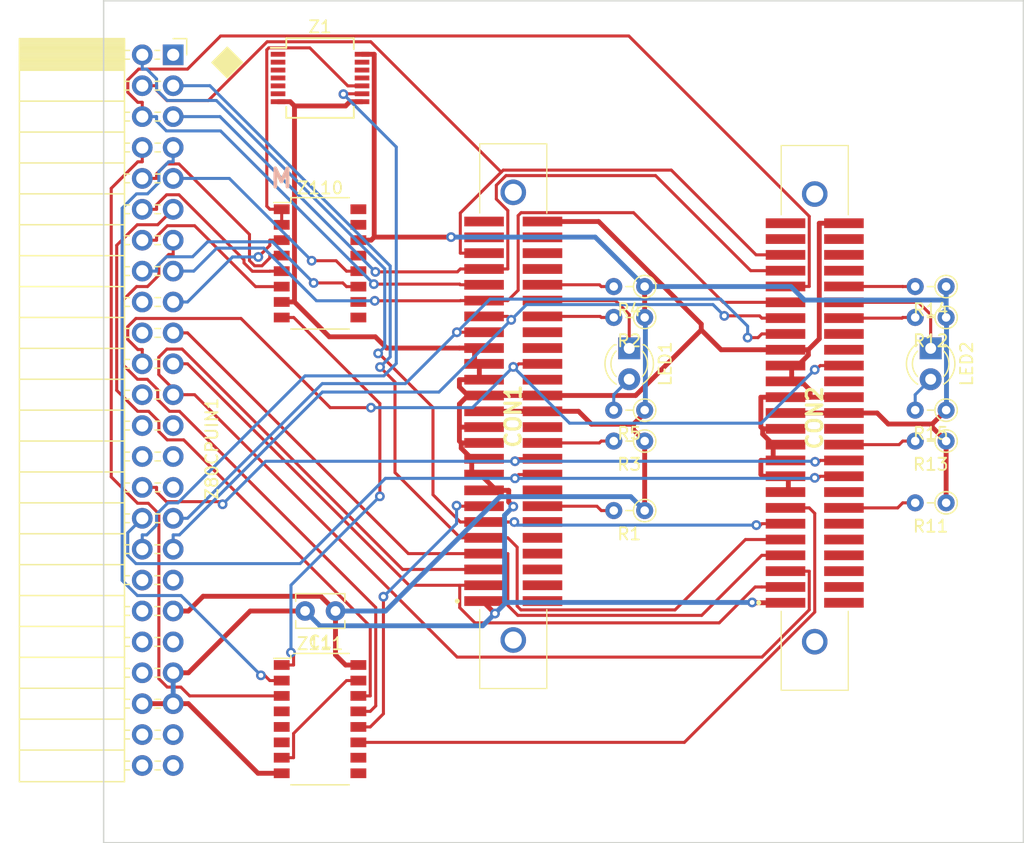
<source format=kicad_pcb>
(kicad_pcb (version 20211014) (generator pcbnew)
  (layers (0 "F.Cu" signal) (31 "B.Cu" signal) (34 "B.Paste" user) (35 "F.Paste" user) (36 "B.SilkS" user "B.Silkscreen") (37 "F.SilkS" user "F.Silkscreen") (38 "B.Mask" user) (39 "F.Mask" user) (44 "Edge.Cuts" user))
  (net 0 "")
  (net 1 "GND")
  (net 2 "/~{INT}")
  (net 3 "/~{NMI}")
  (net 4 "/+9Vsm")
  (net 5 "/~{HALT}")
  (net 6 "/~{MREQ}")
  (net 7 "/~{CPUCLK}")
  (net 8 "/~{IOREQ}")
  (net 9 "/A11")
  (net 10 "/~{RD}")
  (net 11 "/A12")
  (net 12 "/~{WR}")
  (net 13 "/A13")
  (net 14 "/~{BUSAK}")
  (net 15 "/A14")
  (net 16 "/~{WAIT}")
  (net 17 "/A15")
  (net 18 "/~{BUSRQ}")
  (net 19 "/DA4")
  (net 20 "/~{RESET}")
  (net 21 "/DA3")
  (net 22 "/~{M1}")
  (net 23 "/DA5")
  (net 24 "/~{REFSH}")
  (net 25 "/A2")
  (net 26 "/A6")
  (net 27 "/A10")
  (net 28 "/A5")
  (net 29 "/A9")
  (net 30 "/A4")
  (net 31 "/A8")
  (net 32 "/A3")
  (net 33 "/A7")
  (net 34 "/A1")
  (net 35 "/A0")
  (net 36 "/DA0")
  (net 37 "/DA1")
  (net 38 "/DA2")
  (net 39 "/DA6")
  (net 40 "/DA7")
  (net 41 "/~{WE}")
  (net 46 "VCC")
  (net 50 "Net-(Z1-Pad10)")
  (net 51 "/PS2-Socket")
  (net 52 "Net-(Z110-Pad8)")
  (net 61 "Net-(CON1-Pad46)")
  (net 62 "Net-(CON1-Pad45)")
  (net 63 "Net-(CON1-Pad44)")
  (net 68 "Net-(CON1-Pad36)")
  (net 70 "Net-(CON1-Pad32)")
  (net 79 "Net-(LED1-Pad2)")
  (net 86 "Net-(CON1-Pad7)")
  (net 90 "Net-(CON2-Pad46)")
  (net 91 "Net-(CON2-Pad45)")
  (net 92 "Net-(CON2-Pad44)")
  (net 97 "Net-(CON2-Pad36)")
  (net 99 "Net-(CON2-Pad32)")
  (net 108 "Net-(CON2-Pad7)")
  (net 109 "Net-(LED2-Pad2)")
  (footprint "Connector_PinSocket_2.54mm:PinSocket_2x24_P2.54mm_Horizontal" (layer "F.Cu") (at 59.055 41.275)
    (fp_text reference "Z80CPUIN1")
    (fp_text value "Conn_02x24_Odd_Even")
  )
  (footprint "Package_SO:SOP-16_4.4x10.4mm_P1.27mm" (layer "F.Cu") (at 71.12 58.42)
    (fp_text reference "Z110")
    (fp_text value "74AHCT30PW,118")
  )
  (footprint "Package_SO:SOP-16_4.4x10.4mm_P1.27mm" (layer "F.Cu") (at 71.12 95.885)
    (fp_text reference "Z111")
    (fp_text value "SN74AHCT139D")
  )
  (footprint "Capacitor_THT:C_Disc_D3.8mm_W2.6mm_P2.50mm" (layer "F.Cu") (at 72.39 86.995 180)
    (fp_text reference "C1")
    (fp_text value "0.1 uF")
  )
  (footprint "ExtraFootprints:57886431" (layer "F.Cu") (at 86.995 70.98 90)
    (fp_text reference "CON1")
    (fp_text value "5788643-1" hide)
  )
  (footprint "LED_THT:LED_D3.0mm" (layer "F.Cu") (at 96.52 65.405 -90)
    (fp_text reference "LED1")
    (fp_text value "LED")
  )
  (footprint "Resistor_THT:R_Axial_DIN0204_L3.6mm_D1.6mm_P2.54mm_Vertical" (layer "F.Cu") (at 97.79 78.74 180)
    (fp_text reference "R1")
    (fp_text value "1K")
  )
  (footprint "Resistor_THT:R_Axial_DIN0204_L3.6mm_D1.6mm_P2.54mm_Vertical" (layer "F.Cu") (at 97.79 62.865 180)
    (fp_text reference "R2")
    (fp_text value "1K")
  )
  (footprint "Resistor_THT:R_Axial_DIN0204_L3.6mm_D1.6mm_P2.54mm_Vertical" (layer "F.Cu") (at 97.79 73.025 180)
    (fp_text reference "R3")
    (fp_text value "1K")
  )
  (footprint "Resistor_THT:R_Axial_DIN0204_L3.6mm_D1.6mm_P2.54mm_Vertical" (layer "F.Cu") (at 97.79 60.325 180)
    (fp_text reference "R4")
    (fp_text value "1K")
  )
  (footprint "Resistor_THT:R_Axial_DIN0204_L3.6mm_D1.6mm_P2.54mm_Vertical" (layer "F.Cu") (at 97.79 70.485 180)
    (fp_text reference "R5")
    (fp_text value "560")
  )
  (footprint "Package_SO:SSOP-14_5.3x6.2mm_P0.65mm" (layer "F.Cu") (at 71.12 43.18)
    (fp_text reference "Z1")
    (fp_text value "SN74AHCT02PWR")
  )
  (footprint "ExtraFootprints:57886431" (layer "F.Cu") (at 111.76 71.12 90)
    (fp_text reference "CON2")
    (fp_text value "5788643-1" hide)
  )
  (footprint "LED_THT:LED_D3.0mm" (layer "F.Cu") (at 121.285 65.405 -90)
    (fp_text reference "LED2")
    (fp_text value "LED")
  )
  (footprint "Resistor_THT:R_Axial_DIN0204_L3.6mm_D1.6mm_P2.54mm_Vertical" (layer "F.Cu") (at 122.555 78.105 180)
    (fp_text reference "R11")
    (fp_text value "1K")
  )
  (footprint "Resistor_THT:R_Axial_DIN0204_L3.6mm_D1.6mm_P2.54mm_Vertical" (layer "F.Cu") (at 122.555 62.865 180)
    (fp_text reference "R12")
    (fp_text value "1K")
  )
  (footprint "Resistor_THT:R_Axial_DIN0204_L3.6mm_D1.6mm_P2.54mm_Vertical" (layer "F.Cu") (at 122.555 73.025 180)
    (fp_text reference "R13")
    (fp_text value "1K")
  )
  (footprint "Resistor_THT:R_Axial_DIN0204_L3.6mm_D1.6mm_P2.54mm_Vertical" (layer "F.Cu") (at 122.555 60.325 180)
    (fp_text reference "R14")
    (fp_text value "1K")
  )
  (footprint "Resistor_THT:R_Axial_DIN0204_L3.6mm_D1.6mm_P2.54mm_Vertical" (layer "F.Cu") (at 122.555 70.485 180)
    (fp_text reference "R15")
    (fp_text value "560")
  )
  (gr_poly (pts (xy 62.23 41.91) (xy 63.5 40.64) (xy 64.77 41.91) (xy 63.5 43.18)) (layer "F.SilkS") (width 0.1) (fill solid))
  (gr_line (start 53.34 106.045) (end 53.34 36.83) (layer "Edge.Cuts") (width 0.12))
  (gr_line (start 53.34 36.83) (end 128.905 36.83) (layer "Edge.Cuts") (width 0.12))
  (gr_line (start 128.905 106.045) (end 53.34 106.045) (layer "Edge.Cuts") (width 0.12))
  (gr_line (start 128.905 36.83) (end 128.905 106.045) (layer "Edge.Cuts") (width 0.12))
  (gr_text "M" (at 67.945 51.435) (layer "B.SilkS") (effects (font (size 1.5 1.5) (thickness 0.3)) (justify mirror)))
  (gr_text "M" (at 67.945 51.435) (layer "F.SilkS") (effects (font (size 1.5 1.5) (thickness 0.3))))
  (segment (start 89.395 54.98) (end 94.0083 54.98) (width 0.4) (layer "F.Cu") (net 1))
  (segment (start 84.206 67.98) (end 82.5697 67.98) (width 0.4) (layer "F.Cu") (net 1))
  (segment (start 109.6132 68.12) (end 109.8664 68.12) (width 0.4) (layer "F.Cu") (net 1))
  (segment (start 83.5824 74.48) (end 82.7198 73.6174) (width 0.4) (layer "F.Cu") (net 1))
  (segment (start 84.595 67.98) (end 84.206 67.98) (width 0.4) (layer "F.Cu") (net 1))
  (segment (start 85.6077 77.08) (end 84.595 76.0673) (width 0.4) (layer "F.Cu") (net 1))
  (segment (start 83.2694 69.28) (end 82.5697 69.9797) (width 0.4) (layer "F.Cu") (net 1))
  (segment (start 107.4848 75.92) (end 107.3347 75.7699) (width 0.4) (layer "F.Cu") (net 1))
  (segment (start 60.3053 94.615) (end 66.0253 100.335) (width 0.4) (layer "F.Cu") (net 1))
  (segment (start 69.89 86.995) (end 65.3853 86.995) (width 0.4) (layer "F.Cu") (net 1))
  (segment (start 83.5824 74.48) (end 83.5824 75.78) (width 0.4) (layer "F.Cu") (net 1))
  (segment (start 84.595 74.48) (end 84.4685 74.48) (width 0.4) (layer "F.Cu") (net 1))
  (segment (start 84.595 86.3073) (end 84.595 86.18) (width 0.4) (layer "F.Cu") (net 1))
  (segment (start 109.8664 66.82) (end 110.3727 66.82) (width 0.4) (layer "F.Cu") (net 1))
  (segment (start 59.055 92.075) (end 60.3053 92.075) (width 0.4) (layer "F.Cu") (net 1))
  (segment (start 109.8664 66.82) (end 109.8664 68.12) (width 0.4) (layer "F.Cu") (net 1))
  (segment (start 83.2694 69.28) (end 82.5697 68.5803) (width 0.4) (layer "F.Cu") (net 1))
  (segment (start 109.36 77.22) (end 109.5918 77.22) (width 0.4) (layer "F.Cu") (net 1))
  (segment (start 71.8894 64.4591) (end 69.0203 61.59) (width 0.4) (layer "F.Cu") (net 1))
  (segment (start 84.4685 74.48) (end 83.5824 74.48) (width 0.4) (layer "F.Cu") (net 1))
  (segment (start 111.2352 65.9575) (end 111.2352 65.52) (width 0.4) (layer "F.Cu") (net 1))
  (segment (start 84.595 76.0673) (end 84.595 75.78) (width 0.4) (layer "F.Cu") (net 1))
  (segment (start 111.2352 65.52) (end 112.1347 64.6205) (width 0.4) (layer "F.Cu") (net 1))
  (segment (start 108.3474 73.32) (end 107.4848 72.4574) (width 0.4) (layer "F.Cu") (net 1))
  (segment (start 83.817 65.38) (end 83.817 66.68) (width 0.4) (layer "F.Cu") (net 1))
  (segment (start 59.055 94.615) (end 60.3053 94.615) (width 0.4) (layer "F.Cu") (net 1))
  (segment (start 65.3853 86.995) (end 60.3053 92.075) (width 0.4) (layer "F.Cu") (net 1))
  (segment (start 73.2197 45.48) (end 73.5697 45.13) (width 0.4) (layer "F.Cu") (net 1))
  (segment (start 114.16 55.12) (end 112.1347 55.12) (width 0.4) (layer "F.Cu") (net 1))
  (segment (start 110.3727 66.82) (end 111.2352 65.9575) (width 0.4) (layer "F.Cu") (net 1))
  (segment (start 97.0485 69.28) (end 89.395 69.28) (width 0.4) (layer "F.Cu") (net 1))
  (segment (start 104.0679 65.52) (end 107.3347 65.52) (width 0.4) (layer "F.Cu") (net 1))
  (segment (start 84.595 73.18) (end 82.7198 73.18) (width 0.4) (layer "F.Cu") (net 1))
  (segment (start 102.4382 63.4099) (end 102.4382 63.8903) (width 0.4) (layer "F.Cu") (net 1))
  (segment (start 84.206 66.68) (end 84.206 67.98) (width 0.4) (layer "F.Cu") (net 1))
  (segment (start 102.4382 63.8903) (end 97.0485 69.28) (width 0.4) (layer "F.Cu") (net 1))
  (segment (start 82.5697 68.5803) (end 82.5697 67.98) (width 0.4) (layer "F.Cu") (net 1))
  (segment (start 109.8664 68.12) (end 110.6578 68.12) (width 0.4) (layer "F.Cu") (net 1))
  (segment (start 109.36 66.82) (end 109.8664 66.82) (width 0.4) (layer "F.Cu") (net 1))
  (segment (start 107.3347 75.7699) (end 107.3347 74.62) (width 0.4) (layer "F.Cu") (net 1))
  (segment (start 82.5697 69.9797) (end 82.5697 71.88) (width 0.4) (layer "F.Cu") (net 1))
  (segment (start 86.6203 78.0366) (end 86.995 78.4113) (width 0.4) (layer "F.Cu") (net 1))
  (segment (start 109.36 65.52) (end 111.2352 65.52) (width 0.4) (layer "F.Cu") (net 1))
  (segment (start 94.0083 54.98) (end 102.4382 63.4099) (width 0.4) (layer "F.Cu") (net 1))
  (segment (start 67.97 61.59) (end 69.0203 61.59) (width 0.4) (layer "F.Cu") (net 1))
  (segment (start 109.36 75.92) (end 107.4848 75.92) (width 0.4) (layer "F.Cu") (net 1))
  (segment (start 109.5918 76.1518) (end 109.36 75.92) (width 0.4) (layer "F.Cu") (net 1))
  (segment (start 114.16 69.42) (end 112.1347 69.42) (width 0.4) (layer "F.Cu") (net 1))
  (segment (start 84.595 69.28) (end 83.5824 69.28) (width 0.4) (layer "F.Cu") (net 1))
  (segment (start 109.36 68.12) (end 109.6132 68.12) (width 0.4) (layer "F.Cu") (net 1))
  (segment (start 109.36 69.42) (end 107.3347 69.42) (width 0.4) (layer "F.Cu") (net 1))
  (segment (start 74.57 45.13) (end 73.5697 45.13) (width 0.4) (layer "F.Cu") (net 1))
  (segment (start 67.67 45.13) (end 68.6703 45.13) (width 0.4) (layer "F.Cu") (net 1))
  (segment (start 109.36 74.62) (end 108.3474 74.62) (width 0.4) (layer "F.Cu") (net 1))
  (segment (start 83.817 65.38) (end 82.5697 65.38) (width 0.4) (layer "F.Cu") (net 1))
  (segment (start 106.648 86.32) (end 109.36 86.32) (width 0.4) (layer "F.Cu") (net 1))
  (segment (start 109.36 65.52) (end 107.3347 65.52) (width 0.4) (layer "F.Cu") (net 1))
  (segment (start 82.7198 73.18) (end 82.5697 73.0299) (width 0.4) (layer "F.Cu") (net 1))
  (segment (start 110.6578 68.12) (end 111.3853 68.8475) (width 0.4) (layer "F.Cu") (net 1))
  (segment (start 109.36 72.02) (end 107.4848 72.02) (width 0.4) (layer "F.Cu") (net 1))
  (segment (start 108.3474 74.62) (end 107.3347 74.62) (width 0.4) (layer "F.Cu") (net 1))
  (segment (start 69.0203 45.48) (end 73.2197 45.48) (width 0.4) (layer "F.Cu") (net 1))
  (segment (start 69.0203 61.59) (end 69.0203 45.48) (width 0.4) (layer "F.Cu") (net 1))
  (segment (start 112.1347 64.6205) (end 112.1347 55.12) (width 0.4) (layer "F.Cu") (net 1))
  (segment (start 85.6077 77.08) (end 86.6203 77.08) (width 0.4) (layer "F.Cu") (net 1))
  (segment (start 83.5824 69.28) (end 83.2694 69.28) (width 0.4) (layer "F.Cu") (net 1))
  (segment (start 84.595 75.78) (end 83.5824 75.78) (width 0.4) (layer "F.Cu") (net 1))
  (segment (start 85.4906 87.2029) (end 84.595 86.3073) (width 0.4) (layer "F.Cu") (net 1))
  (segment (start 76.5867 65.38) (end 75.6658 64.4591) (width 0.4) (layer "F.Cu") (net 1))
  (segment (start 66.0253 100.335) (end 67.97 100.335) (width 0.4) (layer "F.Cu") (net 1))
  (segment (start 107.4848 72.4574) (end 107.4848 72.02) (width 0.4) (layer "F.Cu") (net 1))
  (segment (start 84.595 66.68) (end 84.206 66.68) (width 0.4) (layer "F.Cu") (net 1))
  (segment (start 108.3474 74.62) (end 108.3474 73.32) (width 0.4) (layer "F.Cu") (net 1))
  (segment (start 109.5918 77.22) (end 109.5918 76.1518) (width 0.4) (layer "F.Cu") (net 1))
  (segment (start 75.6658 64.4591) (end 71.8894 64.4591) (width 0.4) (layer "F.Cu") (net 1))
  (segment (start 106.6193 86.2913) (end 106.648 86.32) (width 0.4) (layer "F.Cu") (net 1))
  (segment (start 109.36 73.32) (end 108.3474 73.32) (width 0.4) (layer "F.Cu") (net 1))
  (segment (start 82.5697 65.38) (end 76.5867 65.38) (width 0.4) (layer "F.Cu") (net 1))
  (segment (start 84.595 65.38) (end 83.817 65.38) (width 0.4) (layer "F.Cu") (net 1))
  (segment (start 84.595 69.28) (end 89.395 69.28) (width 0.4) (layer "F.Cu") (net 1))
  (segment (start 111.3853 68.8475) (end 111.3853 69.42) (width 0.4) (layer "F.Cu") (net 1))
  (segment (start 84.206 66.68) (end 83.817 66.68) (width 0.4) (layer "F.Cu") (net 1))
  (segment (start 84.595 71.88) (end 82.5697 71.88) (width 0.4) (layer "F.Cu") (net 1))
  (segment (start 82.7198 73.6174) (end 82.7198 73.18) (width 0.4) (layer "F.Cu") (net 1))
  (segment (start 107.3347 71.8699) (end 107.3347 69.42) (width 0.4) (layer "F.Cu") (net 1))
  (segment (start 107.4848 72.02) (end 107.3347 71.8699) (width 0.4) (layer "F.Cu") (net 1))
  (segment (start 109.36 69.42) (end 111.3853 69.42) (width 0.4) (layer "F.Cu") (net 1))
  (segment (start 86.6203 77.08) (end 86.6203 78.0366) (width 0.4) (layer "F.Cu") (net 1))
  (segment (start 111.3853 69.42) (end 112.1347 69.42) (width 0.4) (layer "F.Cu") (net 1))
  (segment (start 69.0203 45.48) (end 68.6703 45.13) (width 0.4) (layer "F.Cu") (net 1))
  (segment (start 84.595 77.08) (end 85.6077 77.08) (width 0.4) (layer "F.Cu") (net 1))
  (segment (start 56.515 94.615) (end 59.055 94.615) (width 0.4) (layer "F.Cu") (net 1))
  (segment (start 102.4382 63.8903) (end 104.0679 65.52) (width 0.4) (layer "F.Cu") (net 1))
  (segment (start 82.5697 73.0299) (end 82.5697 71.88) (width 0.4) (layer "F.Cu") (net 1))
  (via (at 85.4906 87.2029) (size 0.8) (drill 0.4) (layers "F.Cu" "B.Cu") (net 1))
  (via (at 106.6193 86.2913) (size 0.8) (drill 0.4) (layers "F.Cu" "B.Cu") (net 1))
  (via (at 86.995 78.4113) (size 0.8) (drill 0.4) (layers "F.Cu" "B.Cu") (net 1))
  (segment (start 86.4022 86.2913) (end 86.2796 86.1687) (width 0.4) (layer "B.Cu") (net 1))
  (segment (start 86.2796 86.1687) (end 86.2796 79.1267) (width 0.4) (layer "B.Cu") (net 1))
  (segment (start 69.89 86.995) (end 71.106 88.211) (width 0.4) (layer "B.Cu") (net 1))
  (segment (start 106.6193 86.2913) (end 86.4022 86.2913) (width 0.4) (layer "B.Cu") (net 1))
  (segment (start 86.4022 86.2913) (end 85.4906 87.2029) (width 0.4) (layer "B.Cu") (net 1))
  (segment (start 59.055 92.075) (end 59.055 94.615) (width 0.4) (layer "B.Cu") (net 1))
  (segment (start 84.4825 88.211) (end 85.4906 87.2029) (width 0.4) (layer "B.Cu") (net 1))
  (segment (start 86.2796 79.1267) (end 86.995 78.4113) (width 0.4) (layer "B.Cu") (net 1))
  (segment (start 71.106 88.211) (end 84.4825 88.211) (width 0.4) (layer "B.Cu") (net 1))
  (segment (start 74.57 44.48) (end 73.0687 44.48) (width 0.25) (layer "F.Cu") (net 8))
  (segment (start 73.0687 44.48) (end 73.0395 44.5092) (width 0.25) (layer "F.Cu") (net 8))
  (via (at 73.0395 44.5092) (size 0.8) (drill 0.4) (layers "F.Cu" "B.Cu") (net 8))
  (segment (start 56.515 81.915) (end 56.515 80.7397) (width 0.25) (layer "B.Cu") (net 8))
  (segment (start 57.6903 79.0387) (end 58.624 78.105) (width 0.25) (layer "B.Cu") (net 8))
  (segment (start 77.3824 48.8521) (end 73.0395 44.5092) (width 0.25) (layer "B.Cu") (net 8))
  (segment (start 58.624 78.105) (end 59.4473 78.105) (width 0.25) (layer "B.Cu") (net 8))
  (segment (start 56.8824 80.7397) (end 57.6903 79.9318) (width 0.25) (layer "B.Cu") (net 8))
  (segment (start 69.8835 67.6688) (end 76.3622 67.6688) (width 0.25) (layer "B.Cu") (net 8))
  (segment (start 56.515 80.7397) (end 56.8824 80.7397) (width 0.25) (layer "B.Cu") (net 8))
  (segment (start 76.3622 67.6688) (end 77.3824 66.6486) (width 0.25) (layer "B.Cu") (net 8))
  (segment (start 77.3824 66.6486) (end 77.3824 48.8521) (width 0.25) (layer "B.Cu") (net 8))
  (segment (start 57.6903 79.9318) (end 57.6903 79.0387) (width 0.25) (layer "B.Cu") (net 8))
  (segment (start 59.4473 78.105) (end 69.8835 67.6688) (width 0.25) (layer "B.Cu") (net 8))
  (segment (start 86.5453 62.78) (end 86.8264 63.0611) (width 0.25) (layer "F.Cu") (net 9))
  (segment (start 107.4097 62.92) (end 107.2245 62.7348) (width 0.25) (layer "F.Cu") (net 9))
  (segment (start 107.2245 62.7348) (end 104.3319 62.7348) (width 0.25) (layer "F.Cu") (net 9))
  (segment (start 109.36 62.92) (end 107.4097 62.92) (width 0.25) (layer "F.Cu") (net 9))
  (segment (start 84.595 62.78) (end 86.5453 62.78) (width 0.25) (layer "F.Cu") (net 9))
  (segment (start 86.8264 63.0611) (end 86.8265 63.0611) (width 0.25) (layer "F.Cu") (net 9))
  (via (at 104.3319 62.7348) (size 0.8) (drill 0.4) (layers "F.Cu" "B.Cu") (net 9))
  (via (at 86.8265 63.0611) (size 0.8) (drill 0.4) (layers "F.Cu" "B.Cu") (net 9))
  (segment (start 88.081 61.8066) (end 86.8265 63.0611) (width 0.25) (layer "B.Cu") (net 9))
  (segment (start 80.8913 68.9963) (end 71.3126 68.9963) (width 0.25) (layer "B.Cu") (net 9))
  (segment (start 59.055 81.915) (end 59.055 80.7397) (width 0.25) (layer "B.Cu") (net 9))
  (segment (start 86.8265 63.0611) (end 80.8913 68.9963) (width 0.25) (layer "B.Cu") (net 9))
  (segment (start 59.5692 80.7397) (end 59.055 80.7397) (width 0.25) (layer "B.Cu") (net 9))
  (segment (start 103.4037 61.8066) (end 88.081 61.8066) (width 0.25) (layer "B.Cu") (net 9))
  (segment (start 71.3126 68.9963) (end 59.5692 80.7397) (width 0.25) (layer "B.Cu") (net 9))
  (segment (start 104.3319 62.7348) (end 103.4037 61.8066) (width 0.25) (layer "B.Cu") (net 9))
  (segment (start 114.16 75.92) (end 112.2097 75.92) (width 0.25) (layer "F.Cu") (net 10))
  (segment (start 89.395 75.78) (end 87.4447 75.78) (width 0.25) (layer "F.Cu") (net 10))
  (segment (start 112.0805 76.0492) (end 112.2097 75.92) (width 0.25) (layer "F.Cu") (net 10))
  (segment (start 87.4447 75.78) (end 87.1326 76.0921) (width 0.25) (layer "F.Cu") (net 10))
  (segment (start 111.76 76.0492) (end 112.0805 76.0492) (width 0.25) (layer "F.Cu") (net 10))
  (via (at 87.1326 76.0921) (size 0.8) (drill 0.4) (layers "F.Cu" "B.Cu") (net 10))
  (via (at 111.76 76.0492) (size 0.8) (drill 0.4) (layers "F.Cu" "B.Cu") (net 10))
  (segment (start 87.1326 76.0921) (end 111.7171 76.0921) (width 0.25) (layer "B.Cu") (net 10))
  (segment (start 55.3207 80.5693) (end 56.515 79.375) (width 0.25) (layer "B.Cu") (net 10))
  (segment (start 69.4771 83.1026) (end 55.9993 83.1026) (width 0.25) (layer "B.Cu") (net 10))
  (segment (start 87.1326 76.0921) (end 76.4876 76.0921) (width 0.25) (layer "B.Cu") (net 10))
  (segment (start 111.7171 76.0921) (end 111.76 76.0492) (width 0.25) (layer "B.Cu") (net 10))
  (segment (start 76.4876 76.0921) (end 69.4771 83.1026) (width 0.25) (layer "B.Cu") (net 10))
  (segment (start 55.3207 82.424) (end 55.3207 80.5693) (width 0.25) (layer "B.Cu") (net 10))
  (segment (start 55.9993 83.1026) (end 55.3207 82.424) (width 0.25) (layer "B.Cu") (net 10))
  (segment (start 107.1074 64.5223) (end 107.4097 64.22) (width 0.25) (layer "F.Cu") (net 11))
  (segment (start 82.6447 64.08) (end 82.3614 64.08) (width 0.25) (layer "F.Cu") (net 11))
  (segment (start 109.36 64.22) (end 107.4097 64.22) (width 0.25) (layer "F.Cu") (net 11))
  (segment (start 84.595 64.08) (end 82.6447 64.08) (width 0.25) (layer "F.Cu") (net 11))
  (segment (start 106.2488 64.5223) (end 107.1074 64.5223) (width 0.25) (layer "F.Cu") (net 11))
  (via (at 82.3614 64.08) (size 0.8) (drill 0.4) (layers "F.Cu" "B.Cu") (net 11))
  (via (at 106.2488 64.5223) (size 0.8) (drill 0.4) (layers "F.Cu" "B.Cu") (net 11))
  (segment (start 85.0852 61.3562) (end 82.3614 64.08) (width 0.25) (layer "B.Cu") (net 11))
  (segment (start 78.1381 68.3033) (end 71.302 68.3033) (width 0.25) (layer "B.Cu") (net 11))
  (segment (start 106.2488 63.5839) (end 104.0211 61.3562) (width 0.25) (layer "B.Cu") (net 11))
  (segment (start 59.055 79.375) (end 60.2303 79.375) (width 0.25) (layer "B.Cu") (net 11))
  (segment (start 82.3614 64.08) (end 78.1381 68.3033) (width 0.25) (layer "B.Cu") (net 11))
  (segment (start 71.302 68.3033) (end 60.2303 79.375) (width 0.25) (layer "B.Cu") (net 11))
  (segment (start 106.2488 64.5223) (end 106.2488 63.5839) (width 0.25) (layer "B.Cu") (net 11))
  (segment (start 104.0211 61.3562) (end 85.0852 61.3562) (width 0.25) (layer "B.Cu") (net 11))
  (segment (start 57.6903 76.835) (end 57.6903 77.2024) (width 0.25) (layer "F.Cu") (net 12))
  (segment (start 114.16 74.62) (end 112.2097 74.62) (width 0.25) (layer "F.Cu") (net 12))
  (segment (start 89.395 74.48) (end 87.4447 74.48) (width 0.25) (layer "F.Cu") (net 12))
  (segment (start 62.9024 78.0103) (end 63.1144 78.2223) (width 0.25) (layer "F.Cu") (net 12))
  (segment (start 57.6903 77.2024) (end 58.4982 78.0103) (width 0.25) (layer "F.Cu") (net 12))
  (segment (start 58.4982 78.0103) (end 62.9024 78.0103) (width 0.25) (layer "F.Cu") (net 12))
  (segment (start 56.515 76.835) (end 57.6903 76.835) (width 0.25) (layer "F.Cu") (net 12))
  (segment (start 87.4447 74.48) (end 87.2398 74.6849) (width 0.25) (layer "F.Cu") (net 12))
  (segment (start 111.7881 74.7288) (end 112.1009 74.7288) (width 0.25) (layer "F.Cu") (net 12))
  (segment (start 87.2398 74.6849) (end 87.1361 74.6849) (width 0.25) (layer "F.Cu") (net 12))
  (segment (start 112.1009 74.7288) (end 112.2097 74.62) (width 0.25) (layer "F.Cu") (net 12))
  (via (at 87.1361 74.6849) (size 0.8) (drill 0.4) (layers "F.Cu" "B.Cu") (net 12))
  (via (at 63.1144 78.2223) (size 0.8) (drill 0.4) (layers "F.Cu" "B.Cu") (net 12))
  (via (at 111.7881 74.7288) (size 0.8) (drill 0.4) (layers "F.Cu" "B.Cu") (net 12))
  (segment (start 111.7442 74.6849) (end 87.1361 74.6849) (width 0.25) (layer "B.Cu") (net 12))
  (segment (start 87.1361 74.6849) (end 66.6518 74.6849) (width 0.25) (layer "B.Cu") (net 12))
  (segment (start 66.6518 74.6849) (end 63.1144 78.2223) (width 0.25) (layer "B.Cu") (net 12))
  (segment (start 111.7881 74.7288) (end 111.7442 74.6849) (width 0.25) (layer "B.Cu") (net 12))
  (segment (start 57.8717 66.1301) (end 58.5377 65.4641) (width 0.25) (layer "F.Cu") (net 19))
  (segment (start 59.7891 65.4641) (end 77.905 83.58) (width 0.25) (layer "F.Cu") (net 19))
  (segment (start 58.5377 65.4641) (end 59.7891 65.4641) (width 0.25) (layer "F.Cu") (net 19))
  (segment (start 82.384 90.7848) (end 60.8142 69.215) (width 0.25) (layer "F.Cu") (net 19))
  (segment (start 109.36 83.72) (end 111.3103 83.72) (width 0.25) (layer "F.Cu") (net 19))
  (segment (start 77.905 83.58) (end 84.595 83.58) (width 0.25) (layer "F.Cu") (net 19))
  (segment (start 59.5301 69.215) (end 57.8717 67.5566) (width 0.25) (layer "F.Cu") (net 19))
  (segment (start 60.8142 69.215) (end 60.2303 69.215) (width 0.25) (layer "F.Cu") (net 19))
  (segment (start 59.5301 69.215) (end 60.2303 69.215) (width 0.25) (layer "F.Cu") (net 19))
  (segment (start 111.3103 83.72) (end 111.3103 86.899) (width 0.25) (layer "F.Cu") (net 19))
  (segment (start 111.3103 86.899) (end 107.4245 90.7848) (width 0.25) (layer "F.Cu") (net 19))
  (segment (start 59.055 69.215) (end 59.5301 69.215) (width 0.25) (layer "F.Cu") (net 19))
  (segment (start 57.8717 67.5566) (end 57.8717 66.1301) (width 0.25) (layer "F.Cu") (net 19))
  (segment (start 107.4245 90.7848) (end 82.384 90.7848) (width 0.25) (layer "F.Cu") (net 19))
  (segment (start 111.76 67.1591) (end 111.8706 67.1591) (width 0.25) (layer "F.Cu") (net 20))
  (segment (start 55.3213 64.6733) (end 55.3213 63.6196) (width 0.25) (layer "F.Cu") (net 20))
  (segment (start 55.3213 63.6196) (end 55.9916 62.9493) (width 0.25) (layer "F.Cu") (net 20))
  (segment (start 86.995 66.93) (end 87.1947 66.93) (width 0.25) (layer "F.Cu") (net 20))
  (segment (start 56.1477 65.4997) (end 55.3213 64.6733) (width 0.25) (layer "F.Cu") (net 20))
  (segment (start 64.6263 62.9493) (end 71.9563 70.2793) (width 0.25) (layer "F.Cu") (net 20))
  (segment (start 111.8706 67.1591) (end 112.2097 66.82) (width 0.25) (layer "F.Cu") (net 20))
  (segment (start 56.515 66.675) (end 56.515 65.4997) (width 0.25) (layer "F.Cu") (net 20))
  (segment (start 87.1947 66.93) (end 87.4447 66.68) (width 0.25) (layer "F.Cu") (net 20))
  (segment (start 89.395 66.68) (end 87.4447 66.68) (width 0.25) (layer "F.Cu") (net 20))
  (segment (start 71.9563 70.2793) (end 75.3041 70.2793) (width 0.25) (layer "F.Cu") (net 20))
  (segment (start 56.515 65.4997) (end 56.1477 65.4997) (width 0.25) (layer "F.Cu") (net 20))
  (segment (start 55.9916 62.9493) (end 64.6263 62.9493) (width 0.25) (layer "F.Cu") (net 20))
  (segment (start 114.16 66.82) (end 112.2097 66.82) (width 0.25) (layer "F.Cu") (net 20))
  (via (at 111.76 67.1591) (size 0.8) (drill 0.4) (layers "F.Cu" "B.Cu") (net 20))
  (via (at 75.3041 70.2793) (size 0.8) (drill 0.4) (layers "F.Cu" "B.Cu") (net 20))
  (via (at 86.995 66.93) (size 0.8) (drill 0.4) (layers "F.Cu" "B.Cu") (net 20))
  (segment (start 86.995 66.93) (end 91.6192 71.5542) (width 0.25) (layer "B.Cu") (net 20))
  (segment (start 75.3041 70.2793) (end 83.6457 70.2793) (width 0.25) (layer "B.Cu") (net 20))
  (segment (start 83.6457 70.2793) (end 86.995 66.93) (width 0.25) (layer "B.Cu") (net 20))
  (segment (start 91.6192 71.5542) (end 107.3649 71.5542) (width 0.25) (layer "B.Cu") (net 20))
  (segment (start 107.3649 71.5542) (end 111.76 67.1591) (width 0.25) (layer "B.Cu") (net 20))
  (segment (start 109.36 85.02) (end 107.4097 85.02) (width 0.25) (layer "F.Cu") (net 21))
  (segment (start 60.2303 66.675) (end 78.4353 84.88) (width 0.25) (layer "F.Cu") (net 21))
  (segment (start 82.5961 84.88) (end 82.5961 86.7223) (width 0.25) (layer "F.Cu") (net 21))
  (segment (start 103.9141 87.9708) (end 106.8649 85.02) (width 0.25) (layer "F.Cu") (net 21))
  (segment (start 106.8649 85.02) (end 107.4097 85.02) (width 0.25) (layer "F.Cu") (net 21))
  (segment (start 78.4353 84.88) (end 82.5961 84.88) (width 0.25) (layer "F.Cu") (net 21))
  (segment (start 82.5961 84.88) (end 84.595 84.88) (width 0.25) (layer "F.Cu") (net 21))
  (segment (start 82.5961 86.7223) (end 83.8446 87.9708) (width 0.25) (layer "F.Cu") (net 21))
  (segment (start 59.055 66.675) (end 60.2303 66.675) (width 0.25) (layer "F.Cu") (net 21))
  (segment (start 83.8446 87.9708) (end 103.9141 87.9708) (width 0.25) (layer "F.Cu") (net 21))
  (segment (start 86.5453 86.5319) (end 87.3698 87.3564) (width 0.25) (layer "F.Cu") (net 23))
  (segment (start 59.055 64.135) (end 60.2303 64.135) (width 0.25) (layer "F.Cu") (net 23))
  (segment (start 109.36 82.42) (end 107.4097 82.42) (width 0.25) (layer "F.Cu") (net 23))
  (segment (start 78.3753 82.28) (end 84.595 82.28) (width 0.25) (layer "F.Cu") (net 23))
  (segment (start 60.2303 64.135) (end 78.3753 82.28) (width 0.25) (layer "F.Cu") (net 23))
  (segment (start 86.5453 82.28) (end 86.5453 86.5319) (width 0.25) (layer "F.Cu") (net 23))
  (segment (start 102.4733 87.3564) (end 107.4097 82.42) (width 0.25) (layer "F.Cu") (net 23))
  (segment (start 84.595 82.28) (end 86.5453 82.28) (width 0.25) (layer "F.Cu") (net 23))
  (segment (start 87.3698 87.3564) (end 102.4733 87.3564) (width 0.25) (layer "F.Cu") (net 23))
  (segment (start 66.9947 56.9476) (end 66.0486 57.8937) (width 0.25) (layer "F.Cu") (net 25))
  (segment (start 67.97 56.51) (end 66.9947 56.51) (width 0.25) (layer "F.Cu") (net 25))
  (segment (start 66.9947 56.51) (end 66.9947 56.9476) (width 0.25) (layer "F.Cu") (net 25))
  (via (at 66.0486 57.8937) (size 0.8) (drill 0.4) (layers "F.Cu" "B.Cu") (net 25))
  (segment (start 63.9316 57.8937) (end 66.0486 57.8937) (width 0.25) (layer "B.Cu") (net 25))
  (segment (start 60.2303 61.595) (end 63.9316 57.8937) (width 0.25) (layer "B.Cu") (net 25))
  (segment (start 59.055 61.595) (end 60.2303 61.595) (width 0.25) (layer "B.Cu") (net 25))
  (segment (start 73.2947 60.33) (end 72.9938 60.0291) (width 0.25) (layer "F.Cu") (net 26))
  (segment (start 74.27 60.33) (end 73.2947 60.33) (width 0.25) (layer "F.Cu") (net 26))
  (segment (start 72.9938 60.0291) (end 70.5965 60.0291) (width 0.25) (layer "F.Cu") (net 26))
  (via (at 70.5965 60.0291) (size 0.8) (drill 0.4) (layers "F.Cu" "B.Cu") (net 26))
  (segment (start 60.6488 57.8797) (end 58.4982 57.8797) (width 0.25) (layer "B.Cu") (net 26))
  (segment (start 57.6903 58.6876) (end 57.6903 59.055) (width 0.25) (layer "B.Cu") (net 26))
  (segment (start 58.4982 57.8797) (end 57.6903 58.6876) (width 0.25) (layer "B.Cu") (net 26))
  (segment (start 56.515 59.055) (end 57.6903 59.055) (width 0.25) (layer "B.Cu") (net 26))
  (segment (start 70.5965 60.0291) (end 67.2136 56.6462) (width 0.25) (layer "B.Cu") (net 26))
  (segment (start 61.8823 56.6462) (end 60.6488 57.8797) (width 0.25) (layer "B.Cu") (net 26))
  (segment (start 67.2136 56.6462) (end 61.8823 56.6462) (width 0.25) (layer "B.Cu") (net 26))
  (segment (start 96.8753 54.2523) (end 104.243 61.62) (width 0.25) (layer "F.Cu") (net 27))
  (segment (start 84.595 61.48) (end 82.6447 61.48) (width 0.25) (layer "F.Cu") (net 27))
  (segment (start 86.5453 61.48) (end 87.3958 60.6295) (width 0.25) (layer "F.Cu") (net 27))
  (segment (start 84.595 61.48) (end 86.5453 61.48) (width 0.25) (layer "F.Cu") (net 27))
  (segment (start 82.6272 61.4975) (end 82.6447 61.48) (width 0.25) (layer "F.Cu") (net 27))
  (segment (start 75.6138 61.4975) (end 82.6272 61.4975) (width 0.25) (layer "F.Cu") (net 27))
  (segment (start 87.3958 60.6295) (end 87.3958 54.4941) (width 0.25) (layer "F.Cu") (net 27))
  (segment (start 87.3958 54.4941) (end 87.6376 54.2523) (width 0.25) (layer "F.Cu") (net 27))
  (segment (start 87.6376 54.2523) (end 96.8753 54.2523) (width 0.25) (layer "F.Cu") (net 27))
  (segment (start 104.243 61.62) (end 109.36 61.62) (width 0.25) (layer "F.Cu") (net 27))
  (via (at 75.6138 61.4975) (size 0.8) (drill 0.4) (layers "F.Cu" "B.Cu") (net 27))
  (segment (start 70.8288 61.4975) (end 75.6138 61.4975) (width 0.25) (layer "B.Cu") (net 27))
  (segment (start 60.7472 59.055) (end 62.6344 57.1678) (width 0.25) (layer "B.Cu") (net 27))
  (segment (start 62.6344 57.1678) (end 66.4991 57.1678) (width 0.25) (layer "B.Cu") (net 27))
  (segment (start 66.4991 57.1678) (end 70.8288 61.4975) (width 0.25) (layer "B.Cu") (net 27))
  (segment (start 59.055 59.055) (end 60.7472 59.055) (width 0.25) (layer "B.Cu") (net 27))
  (segment (start 57.6903 56.2121) (end 58.578 55.3244) (width 0.25) (layer "F.Cu") (net 28))
  (segment (start 57.6903 56.515) (end 57.6903 56.2121) (width 0.25) (layer "F.Cu") (net 28))
  (segment (start 56.515 56.515) (end 57.6903 56.515) (width 0.25) (layer "F.Cu") (net 28))
  (segment (start 65.8203 60.33) (end 67.97 60.33) (width 0.25) (layer "F.Cu") (net 28))
  (segment (start 60.8147 55.3244) (end 65.8203 60.33) (width 0.25) (layer "F.Cu") (net 28))
  (segment (start 58.578 55.3244) (end 60.8147 55.3244) (width 0.25) (layer "F.Cu") (net 28))
  (segment (start 56.946 60.325) (end 57.8797 59.3913) (width 0.25) (layer "F.Cu") (net 29))
  (segment (start 58.7548 70.5796) (end 57.785 69.6098) (width 0.25) (layer "F.Cu") (net 29))
  (segment (start 59.5699 70.5796) (end 58.7548 70.5796) (width 0.25) (layer "F.Cu") (net 29))
  (segment (start 75.6956 94.7947) (end 75.6956 86.7053) (width 0.25) (layer "F.Cu") (net 29))
  (segment (start 56.1224 67.945) (end 54.8709 66.6935) (width 0.25) (layer "F.Cu") (net 29))
  (segment (start 59.055 56.515) (end 59.055 57.6903) (width 0.25) (layer "F.Cu") (net 29))
  (segment (start 58.6876 57.6903) (end 59.055 57.6903) (width 0.25) (layer "F.Cu") (net 29))
  (segment (start 57.8797 59.3913) (end 57.8797 58.4982) (width 0.25) (layer "F.Cu") (net 29))
  (segment (start 56.9266 67.945) (end 56.1224 67.945) (width 0.25) (layer "F.Cu") (net 29))
  (segment (start 54.8709 61.5018) (end 56.0477 60.325) (width 0.25) (layer "F.Cu") (net 29))
  (segment (start 54.8709 66.6935) (end 54.8709 61.5018) (width 0.25) (layer "F.Cu") (net 29))
  (segment (start 75.2453 95.245) (end 75.6956 94.7947) (width 0.25) (layer "F.Cu") (net 29))
  (segment (start 74.27 95.245) (end 75.2453 95.245) (width 0.25) (layer "F.Cu") (net 29))
  (segment (start 57.8797 58.4982) (end 58.6876 57.6903) (width 0.25) (layer "F.Cu") (net 29))
  (segment (start 57.785 69.6098) (end 57.785 68.8034) (width 0.25) (layer "F.Cu") (net 29))
  (segment (start 56.0477 60.325) (end 56.946 60.325) (width 0.25) (layer "F.Cu") (net 29))
  (segment (start 57.785 68.8034) (end 56.9266 67.945) (width 0.25) (layer "F.Cu") (net 29))
  (segment (start 75.6956 86.7053) (end 59.5699 70.5796) (width 0.25) (layer "F.Cu") (net 29))
  (segment (start 58.517 52.781) (end 59.5302 52.781) (width 0.25) (layer "F.Cu") (net 30))
  (segment (start 64.873 58.1238) (end 64.873 58.3807) (width 0.25) (layer "F.Cu") (net 30))
  (segment (start 67.97 59.06) (end 66.9947 59.06) (width 0.25) (layer "F.Cu") (net 30))
  (segment (start 66.9854 59.0693) (end 66.9947 59.06) (width 0.25) (layer "F.Cu") (net 30))
  (segment (start 57.6903 53.975) (end 57.6903 53.6077) (width 0.25) (layer "F.Cu") (net 30))
  (segment (start 64.873 58.3807) (end 65.5616 59.0693) (width 0.25) (layer "F.Cu") (net 30))
  (segment (start 59.5302 52.781) (end 64.873 58.1238) (width 0.25) (layer "F.Cu") (net 30))
  (segment (start 57.6903 53.6077) (end 58.517 52.781) (width 0.25) (layer "F.Cu") (net 30))
  (segment (start 56.515 53.975) (end 57.6903 53.975) (width 0.25) (layer "F.Cu") (net 30))
  (segment (start 65.5616 59.0693) (end 66.9854 59.0693) (width 0.25) (layer "F.Cu") (net 30))
  (segment (start 59.9174 72.9304) (end 75.2453 88.2583) (width 0.25) (layer "F.Cu") (net 31))
  (segment (start 57.8796 71.4186) (end 57.8796 72.2444) (width 0.25) (layer "F.Cu") (net 31))
  (segment (start 56.1037 55.245) (end 54.4158 56.9329) (width 0.25) (layer "F.Cu") (net 31))
  (segment (start 54.4158 56.9329) (end 54.4158 68.8556) (width 0.25) (layer "F.Cu") (net 31))
  (segment (start 74.27 93.975) (end 75.2453 93.975) (width 0.25) (layer "F.Cu") (net 31))
  (segment (start 58.5656 72.9304) (end 59.9174 72.9304) (width 0.25) (layer "F.Cu") (net 31))
  (segment (start 75.2453 88.2583) (end 75.2453 93.975) (width 0.25) (layer "F.Cu") (net 31))
  (segment (start 57.0406 70.5796) (end 57.8796 71.4186) (width 0.25) (layer "F.Cu") (net 31))
  (segment (start 57.785 55.245) (end 56.1037 55.245) (width 0.25) (layer "F.Cu") (net 31))
  (segment (start 59.055 53.975) (end 57.785 55.245) (width 0.25) (layer "F.Cu") (net 31))
  (segment (start 54.4158 68.8556) (end 56.1398 70.5796) (width 0.25) (layer "F.Cu") (net 31))
  (segment (start 56.1398 70.5796) (end 57.0406 70.5796) (width 0.25) (layer "F.Cu") (net 31))
  (segment (start 57.8796 72.2444) (end 58.5656 72.9304) (width 0.25) (layer "F.Cu") (net 31))
  (segment (start 56.515 51.435) (end 57.6903 51.435) (width 0.25) (layer "F.Cu") (net 32))
  (segment (start 67.97 57.78) (end 66.9947 57.78) (width 0.25) (layer "F.Cu") (net 32))
  (segment (start 57.6903 51.0677) (end 58.5136 50.2444) (width 0.25) (layer "F.Cu") (net 32))
  (segment (start 59.5277 50.2444) (end 65.3233 56.04) (width 0.25) (layer "F.Cu") (net 32))
  (segment (start 65.7482 58.619) (end 66.3491 58.619) (width 0.25) (layer "F.Cu") (net 32))
  (segment (start 66.3491 58.619) (end 66.9947 57.9734) (width 0.25) (layer "F.Cu") (net 32))
  (segment (start 66.9947 57.9734) (end 66.9947 57.78) (width 0.25) (layer "F.Cu") (net 32))
  (segment (start 58.5136 50.2444) (end 59.5277 50.2444) (width 0.25) (layer "F.Cu") (net 32))
  (segment (start 57.6903 51.435) (end 57.6903 51.0677) (width 0.25) (layer "F.Cu") (net 32))
  (segment (start 65.3233 58.1941) (end 65.7482 58.619) (width 0.25) (layer "F.Cu") (net 32))
  (segment (start 65.3233 56.04) (end 65.3233 58.1941) (width 0.25) (layer "F.Cu") (net 32))
  (segment (start 73.2947 59.06) (end 72.4374 58.2027) (width 0.25) (layer "F.Cu") (net 33))
  (segment (start 72.4374 58.2027) (end 70.4329 58.2027) (width 0.25) (layer "F.Cu") (net 33))
  (segment (start 74.27 59.06) (end 73.2947 59.06) (width 0.25) (layer "F.Cu") (net 33))
  (via (at 70.4329 58.2027) (size 0.8) (drill 0.4) (layers "F.Cu" "B.Cu") (net 33))
  (segment (start 70.4329 58.2027) (end 63.6652 51.435) (width 0.25) (layer "B.Cu") (net 33))
  (segment (start 63.6652 51.435) (end 59.055 51.435) (width 0.25) (layer "B.Cu") (net 33))
  (segment (start 53.9655 52.2525) (end 53.9655 75.9725) (width 0.25) (layer "F.Cu") (net 34))
  (segment (start 57.8796 92.5644) (end 58.5656 93.2504) (width 0.25) (layer "F.Cu") (net 34))
  (segment (start 57.8796 79.0097) (end 57.8796 92.5644) (width 0.25) (layer "F.Cu") (net 34))
  (segment (start 56.1477 50.0703) (end 53.9655 52.2525) (width 0.25) (layer "F.Cu") (net 34))
  (segment (start 57.0083 78.1384) (end 57.8796 79.0097) (width 0.25) (layer "F.Cu") (net 34))
  (segment (start 56.1314 78.1384) (end 57.0083 78.1384) (width 0.25) (layer "F.Cu") (net 34))
  (segment (start 53.9655 75.9725) (end 56.1314 78.1384) (width 0.25) (layer "F.Cu") (net 34))
  (segment (start 59.6837 93.2504) (end 60.4083 93.975) (width 0.25) (layer "F.Cu") (net 34))
  (segment (start 60.4083 93.975) (end 67.97 93.975) (width 0.25) (layer "F.Cu") (net 34))
  (segment (start 56.515 48.895) (end 56.515 50.0703) (width 0.25) (layer "F.Cu") (net 34))
  (segment (start 56.515 50.0703) (end 56.1477 50.0703) (width 0.25) (layer "F.Cu") (net 34))
  (segment (start 58.5656 93.2504) (end 59.6837 93.2504) (width 0.25) (layer "F.Cu") (net 34))
  (segment (start 66.5644 92.2847) (end 66.9947 92.715) (width 0.25) (layer "F.Cu") (net 35))
  (segment (start 66.2616 92.2847) (end 66.5644 92.2847) (width 0.25) (layer "F.Cu") (net 35))
  (segment (start 67.97 92.715) (end 66.9947 92.715) (width 0.25) (layer "F.Cu") (net 35))
  (via (at 66.2616 92.2847) (size 0.8) (drill 0.4) (layers "F.Cu" "B.Cu") (net 35))
  (segment (start 58.6876 50.0703) (end 57.8797 50.8782) (width 0.25) (layer "B.Cu") (net 35))
  (segment (start 56.1077 85.725) (end 59.7019 85.725) (width 0.25) (layer "B.Cu") (net 35))
  (segment (start 59.055 50.0703) (end 58.6876 50.0703) (width 0.25) (layer "B.Cu") (net 35))
  (segment (start 57.8797 51.7713) (end 56.946 52.705) (width 0.25) (layer "B.Cu") (net 35))
  (segment (start 54.8618 53.8855) (end 54.8618 84.4791) (width 0.25) (layer "B.Cu") (net 35))
  (segment (start 59.055 48.895) (end 59.055 50.0703) (width 0.25) (layer "B.Cu") (net 35))
  (segment (start 56.0423 52.705) (end 54.8618 53.8855) (width 0.25) (layer "B.Cu") (net 35))
  (segment (start 54.8618 84.4791) (end 56.1077 85.725) (width 0.25) (layer "B.Cu") (net 35))
  (segment (start 59.7019 85.725) (end 66.2616 92.2847) (width 0.25) (layer "B.Cu") (net 35))
  (segment (start 56.946 52.705) (end 56.0423 52.705) (width 0.25) (layer "B.Cu") (net 35))
  (segment (start 57.8797 50.8782) (end 57.8797 51.7713) (width 0.25) (layer "B.Cu") (net 35))
  (segment (start 56.515 45.1797) (end 56.1477 45.1797) (width 0.25) (layer "F.Cu") (net 36))
  (segment (start 83.6199 60.18) (end 84.595 60.18) (width 0.25) (layer "F.Cu") (net 36))
  (segment (start 56.515 46.355) (end 56.515 45.1797) (width 0.25) (layer "F.Cu") (net 36))
  (segment (start 83.6199 60.18) (end 82.6447 60.18) (width 0.25) (layer "F.Cu") (net 36))
  (segment (start 60.2304 42.4504) (end 62.954 39.7268) (width 0.25) (layer "F.Cu") (net 36))
  (segment (start 62.954 39.7268) (end 96.4858 39.7268) (width 0.25) (layer "F.Cu") (net 36))
  (segment (start 82.5897 60.125) (end 82.6447 60.18) (width 0.25) (layer "F.Cu") (net 36))
  (segment (start 55.3289 44.3609) (end 55.3289 43.3378) (width 0.25) (layer "F.Cu") (net 36))
  (segment (start 56.2163 42.4504) (end 60.2304 42.4504) (width 0.25) (layer "F.Cu") (net 36))
  (segment (start 75.5402 60.125) (end 82.5897 60.125) (width 0.25) (layer "F.Cu") (net 36))
  (segment (start 111.3103 54.5513) (end 111.3103 60.32) (width 0.25) (layer "F.Cu") (net 36))
  (segment (start 56.1477 45.1797) (end 55.3289 44.3609) (width 0.25) (layer "F.Cu") (net 36))
  (segment (start 55.3289 43.3378) (end 56.2163 42.4504) (width 0.25) (layer "F.Cu") (net 36))
  (segment (start 109.36 60.32) (end 111.3103 60.32) (width 0.25) (layer "F.Cu") (net 36))
  (segment (start 96.4858 39.7268) (end 111.3103 54.5513) (width 0.25) (layer "F.Cu") (net 36))
  (via (at 75.5402 60.125) (size 0.8) (drill 0.4) (layers "F.Cu" "B.Cu") (net 36))
  (segment (start 62.9455 47.5303) (end 75.5402 60.125) (width 0.25) (layer "B.Cu") (net 36))
  (segment (start 58.4982 47.5303) (end 62.9455 47.5303) (width 0.25) (layer "B.Cu") (net 36))
  (segment (start 57.6903 46.355) (end 57.6903 46.7224) (width 0.25) (layer "B.Cu") (net 36))
  (segment (start 56.515 46.355) (end 57.6903 46.355) (width 0.25) (layer "B.Cu") (net 36))
  (segment (start 57.6903 46.7224) (end 58.4982 47.5303) (width 0.25) (layer "B.Cu") (net 36))
  (segment (start 75.6675 59.1206) (end 82.4041 59.1206) (width 0.25) (layer "F.Cu") (net 37))
  (segment (start 85.6037 53.1338) (end 85.6037 51.9945) (width 0.25) (layer "F.Cu") (net 37))
  (segment (start 98.6842 51.2046) (end 106.4996 59.02) (width 0.25) (layer "F.Cu") (net 37))
  (segment (start 82.4041 59.1206) (end 82.6447 58.88) (width 0.25) (layer "F.Cu") (net 37))
  (segment (start 86.5453 58.88) (end 86.5453 54.0754) (width 0.25) (layer "F.Cu") (net 37))
  (segment (start 84.595 58.88) (end 86.5453 58.88) (width 0.25) (layer "F.Cu") (net 37))
  (segment (start 86.5453 54.0754) (end 85.6037 53.1338) (width 0.25) (layer "F.Cu") (net 37))
  (segment (start 86.3936 51.2046) (end 98.6842 51.2046) (width 0.25) (layer "F.Cu") (net 37))
  (segment (start 106.4996 59.02) (end 109.36 59.02) (width 0.25) (layer "F.Cu") (net 37))
  (segment (start 85.6037 51.9945) (end 86.3936 51.2046) (width 0.25) (layer "F.Cu") (net 37))
  (segment (start 84.595 58.88) (end 82.6447 58.88) (width 0.25) (layer "F.Cu") (net 37))
  (via (at 75.6675 59.1206) (size 0.8) (drill 0.4) (layers "F.Cu" "B.Cu") (net 37))
  (segment (start 59.055 46.355) (end 62.9019 46.355) (width 0.25) (layer "B.Cu") (net 37))
  (segment (start 62.9019 46.355) (end 75.6675 59.1206) (width 0.25) (layer "B.Cu") (net 37))
  (segment (start 86.1689 50.7543) (end 86.0037 50.9195) (width 0.25) (layer "F.Cu") (net 38))
  (segment (start 84.595 57.58) (end 82.6447 57.58) (width 0.25) (layer "F.Cu") (net 38))
  (segment (start 66.7714 40.2039) (end 75.2881 40.2039) (width 0.25) (layer "F.Cu") (net 38))
  (segment (start 82.6447 54.2785) (end 82.6447 57.58) (width 0.25) (layer "F.Cu") (net 38))
  (segment (start 109.36 57.72) (end 106.9448 57.72) (width 0.25) (layer "F.Cu") (net 38))
  (segment (start 106.9448 57.72) (end 99.9791 50.7543) (width 0.25) (layer "F.Cu") (net 38))
  (segment (start 75.2881 40.2039) (end 86.0037 50.9195) (width 0.25) (layer "F.Cu") (net 38))
  (segment (start 58.5445 45.0365) (end 61.9388 45.0365) (width 0.25) (layer "F.Cu") (net 38))
  (segment (start 61.9388 45.0365) (end 66.7714 40.2039) (width 0.25) (layer "F.Cu") (net 38))
  (segment (start 57.6903 44.1823) (end 58.5445 45.0365) (width 0.25) (layer "F.Cu") (net 38))
  (segment (start 86.0037 50.9195) (end 82.6447 54.2785) (width 0.25) (layer "F.Cu") (net 38))
  (segment (start 56.515 43.815) (end 57.6903 43.815) (width 0.25) (layer "F.Cu") (net 38))
  (segment (start 57.6903 43.815) (end 57.6903 44.1823) (width 0.25) (layer "F.Cu") (net 38))
  (segment (start 99.9791 50.7543) (end 86.1689 50.7543) (width 0.25) (layer "F.Cu") (net 38))
  (segment (start 100.2837 86.9053) (end 106.069 81.12) (width 0.25) (layer "F.Cu") (net 39))
  (segment (start 76.049 66.9435) (end 77.2774 68.1719) (width 0.25) (layer "F.Cu") (net 39))
  (segment (start 77.2774 75.6127) (end 82.6447 80.98) (width 0.25) (layer "F.Cu") (net 39))
  (segment (start 87.3141 81.7488) (end 87.3141 86.5967) (width 0.25) (layer "F.Cu") (net 39))
  (segment (start 106.069 81.12) (end 109.36 81.12) (width 0.25) (layer "F.Cu") (net 39))
  (segment (start 77.2774 68.1719) (end 77.2774 75.6127) (width 0.25) (layer "F.Cu") (net 39))
  (segment (start 87.6227 86.9053) (end 100.2837 86.9053) (width 0.25) (layer "F.Cu") (net 39))
  (segment (start 84.595 80.98) (end 86.5453 80.98) (width 0.25) (layer "F.Cu") (net 39))
  (segment (start 84.595 80.98) (end 82.6447 80.98) (width 0.25) (layer "F.Cu") (net 39))
  (segment (start 86.5453 80.98) (end 87.3141 81.7488) (width 0.25) (layer "F.Cu") (net 39))
  (segment (start 87.3141 86.5967) (end 87.6227 86.9053) (width 0.25) (layer "F.Cu") (net 39))
  (via (at 76.049 66.9435) (size 0.8) (drill 0.4) (layers "F.Cu" "B.Cu") (net 39))
  (segment (start 76.883 58.6292) (end 76.883 66.1095) (width 0.25) (layer "B.Cu") (net 39))
  (segment (start 62.0688 43.815) (end 76.883 58.6292) (width 0.25) (layer "B.Cu") (net 39))
  (segment (start 59.055 43.815) (end 62.0688 43.815) (width 0.25) (layer "B.Cu") (net 39))
  (segment (start 76.883 66.1095) (end 76.049 66.9435) (width 0.25) (layer "B.Cu") (net 39))
  (segment (start 109.36 79.82) (end 107.4097 79.82) (width 0.25) (layer "F.Cu") (net 40))
  (segment (start 80.3984 77.4337) (end 80.3984 70.267) (width 0.25) (layer "F.Cu") (net 40))
  (segment (start 107.2946 79.9351) (end 107.4097 79.82) (width 0.25) (layer "F.Cu") (net 40))
  (segment (start 84.595 79.68) (end 86.5453 79.68) (width 0.25) (layer "F.Cu") (net 40))
  (segment (start 75.9529 65.8215) (end 75.8946 65.8215) (width 0.25) (layer "F.Cu") (net 40))
  (segment (start 80.3984 70.267) (end 75.9529 65.8215) (width 0.25) (layer "F.Cu") (net 40))
  (segment (start 106.9645 79.9351) (end 107.2946 79.9351) (width 0.25) (layer "F.Cu") (net 40))
  (segment (start 75.8946 65.8215) (end 75.8946 65.8214) (width 0.25) (layer "F.Cu") (net 40))
  (segment (start 82.6447 79.68) (end 80.3984 77.4337) (width 0.25) (layer "F.Cu") (net 40))
  (segment (start 86.5453 79.68) (end 87.0815 79.68) (width 0.25) (layer "F.Cu") (net 40))
  (segment (start 84.595 79.68) (end 82.6447 79.68) (width 0.25) (layer "F.Cu") (net 40))
  (via (at 106.9645 79.9351) (size 0.8) (drill 0.4) (layers "F.Cu" "B.Cu") (net 40))
  (via (at 75.8946 65.8214) (size 0.8) (drill 0.4) (layers "F.Cu" "B.Cu") (net 40))
  (via (at 87.0815 79.68) (size 0.8) (drill 0.4) (layers "F.Cu" "B.Cu") (net 40))
  (segment (start 76.4326 65.2834) (end 75.8946 65.8214) (width 0.25) (layer "B.Cu") (net 40))
  (segment (start 58.5685 45.0295) (end 62.6025 45.0295) (width 0.25) (layer "B.Cu") (net 40))
  (segment (start 56.8824 42.4503) (end 57.6903 43.2582) (width 0.25) (layer "B.Cu") (net 40))
  (segment (start 57.6903 44.1513) (end 58.5685 45.0295) (width 0.25) (layer "B.Cu") (net 40))
  (segment (start 62.6025 45.0295) (end 76.4326 58.8596) (width 0.25) (layer "B.Cu") (net 40))
  (segment (start 57.6903 43.2582) (end 57.6903 44.1513) (width 0.25) (layer "B.Cu") (net 40))
  (segment (start 76.4326 58.8596) (end 76.4326 65.2834) (width 0.25) (layer "B.Cu") (net 40))
  (segment (start 56.515 42.4503) (end 56.8824 42.4503) (width 0.25) (layer "B.Cu") (net 40))
  (segment (start 56.515 41.275) (end 56.515 42.4503) (width 0.25) (layer "B.Cu") (net 40))
  (segment (start 106.9645 79.9351) (end 87.3366 79.9351) (width 0.25) (layer "B.Cu") (net 40))
  (segment (start 87.3366 79.9351) (end 87.0815 79.68) (width 0.25) (layer "B.Cu") (net 40))
  (segment (start 96.8689 72.1039) (end 96.8689 71.6411) (width 0.4) (layer "F.Cu") (net 46))
  (segment (start 97.79 73.025) (end 96.8689 72.1039) (width 0.4) (layer "F.Cu") (net 46))
  (segment (start 121.4144 71.6256) (end 121.4144 71.8844) (width 0.4) (layer "F.Cu") (net 46))
  (segment (start 71.1791 85.7841) (end 72.39 86.995) (width 0.4) (layer "F.Cu") (net 46))
  (segment (start 92.3559 70.58) (end 89.395 70.58) (width 0.4) (layer "F.Cu") (net 46))
  (segment (start 93.417 71.6411) (end 92.3559 70.58) (width 0.4) (layer "F.Cu") (net 46))
  (segment (start 97.79 70.485) (end 97.79 70.72) (width 0.4) (layer "F.Cu") (net 46))
  (segment (start 74.27 56.51) (end 75.3203 56.51) (width 0.4) (layer "F.Cu") (net 46))
  (segment (start 75.5703 56.26) (end 81.8862 56.26) (width 0.4) (layer "F.Cu") (net 46))
  (segment (start 72.39 90.6053) (end 73.2197 91.435) (width 0.4) (layer "F.Cu") (net 46))
  (segment (start 61.5162 85.7841) (end 71.1791 85.7841) (width 0.4) (layer "F.Cu") (net 46))
  (segment (start 75.5703 56.26) (end 75.3203 56.51) (width 0.4) (layer "F.Cu") (net 46))
  (segment (start 114.16 70.72) (end 116.8896 70.72) (width 0.4) (layer "F.Cu") (net 46))
  (segment (start 121.4144 71.8844) (end 122.555 73.025) (width 0.4) (layer "F.Cu") (net 46))
  (segment (start 122.555 73.025) (end 122.555 78.105) (width 0.4) (layer "F.Cu") (net 46))
  (segment (start 97.79 70.72) (end 96.8689 71.6411) (width 0.4) (layer "F.Cu") (net 46))
  (segment (start 59.055 86.995) (end 60.3053 86.995) (width 0.4) (layer "F.Cu") (net 46))
  (segment (start 97.79 62.865) (end 97.79 60.325) (width 0.4) (layer "F.Cu") (net 46))
  (segment (start 117.7952 71.6256) (end 121.4144 71.6256) (width 0.4) (layer "F.Cu") (net 46))
  (segment (start 121.4144 71.6256) (end 122.555 70.485) (width 0.4) (layer "F.Cu") (net 46))
  (segment (start 75.5703 41.23) (end 75.5703 56.26) (width 0.4) (layer "F.Cu") (net 46))
  (segment (start 96.8689 71.6411) (end 93.417 71.6411) (width 0.4) (layer "F.Cu") (net 46))
  (segment (start 116.8896 70.72) (end 117.7952 71.6256) (width 0.4) (layer "F.Cu") (net 46))
  (segment (start 60.3053 86.995) (end 61.5162 85.7841) (width 0.4) (layer "F.Cu") (net 46))
  (segment (start 114.16 70.72) (end 109.36 70.72) (width 0.4) (layer "F.Cu") (net 46))
  (segment (start 72.39 86.995) (end 72.39 90.6053) (width 0.4) (layer "F.Cu") (net 46))
  (segment (start 89.395 70.58) (end 84.595 70.58) (width 0.4) (layer "F.Cu") (net 46))
  (segment (start 74.27 91.435) (end 73.2197 91.435) (width 0.4) (layer "F.Cu") (net 46))
  (segment (start 74.57 41.23) (end 75.5703 41.23) (width 0.4) (layer "F.Cu") (net 46))
  (segment (start 97.79 73.025) (end 97.79 78.74) (width 0.4) (layer "F.Cu") (net 46))
  (via (at 81.8862 56.26) (size 0.8) (drill 0.4) (layers "F.Cu" "B.Cu") (net 46))
  (segment (start 96.6466 77.5966) (end 97.79 78.74) (width 0.4) (layer "B.Cu") (net 46))
  (segment (start 72.39 86.995) (end 76.5073 86.995) (width 0.4) (layer "B.Cu") (net 46))
  (segment (start 97.8469 62.9219) (end 97.79 62.865) (width 0.4) (layer "B.Cu") (net 46))
  (segment (start 122.555 61.4362) (end 110.915 61.4362) (width 0.4) (layer "B.Cu") (net 46))
  (segment (start 122.555 61.4362) (end 122.555 60.325) (width 0.4) (layer "B.Cu") (net 46))
  (segment (start 110.915 61.4362) (end 109.8038 60.325) (width 0.4) (layer "B.Cu") (net 46))
  (segment (start 93.725 56.26) (end 81.8862 56.26) (width 0.4) (layer "B.Cu") (net 46))
  (segment (start 122.555 70.485) (end 122.5854 70.4546) (width 0.4) (layer "B.Cu") (net 46))
  (segment (start 122.555 62.865) (end 122.555 61.4362) (width 0.4) (layer "B.Cu") (net 46))
  (segment (start 109.8038 60.325) (end 97.79 60.325) (width 0.4) (layer "B.Cu") (net 46))
  (segment (start 97.79 70.485) (end 97.8469 70.4281) (width 0.4) (layer "B.Cu") (net 46))
  (segment (start 97.8469 70.4281) (end 97.8469 62.9219) (width 0.4) (layer "B.Cu") (net 46))
  (segment (start 76.5073 86.995) (end 85.9057 77.5966) (width 0.4) (layer "B.Cu") (net 46))
  (segment (start 97.79 60.325) (end 93.725 56.26) (width 0.4) (layer "B.Cu") (net 46))
  (segment (start 85.9057 77.5966) (end 96.6466 77.5966) (width 0.4) (layer "B.Cu") (net 46))
  (segment (start 122.5854 70.4546) (end 122.5854 62.8954) (width 0.4) (layer "B.Cu") (net 46))
  (segment (start 122.5854 62.8954) (end 122.555 62.865) (width 0.4) (layer "B.Cu") (net 46))
  (segment (start 67.97 53.97) (end 67.97 55.25) (width 0.25) (layer "F.Cu") (net 50))
  (segment (start 66.7446 53.7199) (end 66.9947 53.97) (width 0.25) (layer "F.Cu") (net 50))
  (segment (start 73.4039 43.83) (end 70.2785 40.7046) (width 0.25) (layer "F.Cu") (net 50))
  (segment (start 66.7446 40.8676) (end 66.7446 53.7199) (width 0.25) (layer "F.Cu") (net 50))
  (segment (start 74.57 43.83) (end 73.4039 43.83) (width 0.25) (layer "F.Cu") (net 50))
  (segment (start 66.9076 40.7046) (end 66.7446 40.8676) (width 0.25) (layer "F.Cu") (net 50))
  (segment (start 67.97 53.97) (end 66.9947 53.97) (width 0.25) (layer "F.Cu") (net 50))
  (segment (start 70.2785 40.7046) (end 66.9076 40.7046) (width 0.25) (layer "F.Cu") (net 50))
  (segment (start 68.9453 97.0644) (end 68.9453 99.055) (width 0.25) (layer "F.Cu") (net 51))
  (segment (start 67.97 99.055) (end 68.9453 99.055) (width 0.25) (layer "F.Cu") (net 51))
  (segment (start 74.27 92.715) (end 73.2947 92.715) (width 0.25) (layer "F.Cu") (net 51))
  (segment (start 73.2947 92.715) (end 68.9453 97.0644) (width 0.25) (layer "F.Cu") (net 51))
  (segment (start 76.0341 77.5713) (end 76.0341 69.942) (width 0.25) (layer "F.Cu") (net 52))
  (segment (start 68.9621 62.87) (end 67.97 62.87) (width 0.25) (layer "F.Cu") (net 52))
  (segment (start 68.9453 91.435) (end 68.9453 90.6234) (width 0.25) (layer "F.Cu") (net 52))
  (segment (start 68.9453 90.6234) (end 68.732 90.4101) (width 0.25) (layer "F.Cu") (net 52))
  (segment (start 67.97 91.435) (end 68.9453 91.435) (width 0.25) (layer "F.Cu") (net 52))
  (segment (start 76.0341 69.942) (end 68.9621 62.87) (width 0.25) (layer "F.Cu") (net 52))
  (via (at 76.0341 77.5713) (size 0.8) (drill 0.4) (layers "F.Cu" "B.Cu") (net 52))
  (via (at 68.732 90.4101) (size 0.8) (drill 0.4) (layers "F.Cu" "B.Cu") (net 52))
  (segment (start 68.732 84.8734) (end 76.0341 77.5713) (width 0.25) (layer "B.Cu") (net 52))
  (segment (start 68.732 90.4101) (end 68.732 84.8734) (width 0.25) (layer "B.Cu") (net 52))
  (segment (start 94.0797 60.18) (end 94.2247 60.325) (width 0.25) (layer "F.Cu") (net 61))
  (segment (start 89.395 60.18) (end 94.0797 60.18) (width 0.25) (layer "F.Cu") (net 61))
  (segment (start 95.25 60.325) (end 94.2247 60.325) (width 0.25) (layer "F.Cu") (net 61))
  (segment (start 96.52 62.6156) (end 96.52 65.405) (width 0.25) (layer "F.Cu") (net 62))
  (segment (start 95.3844 61.48) (end 96.52 62.6156) (width 0.25) (layer "F.Cu") (net 62))
  (segment (start 89.395 61.48) (end 95.3844 61.48) (width 0.25) (layer "F.Cu") (net 62))
  (segment (start 94.1397 62.78) (end 94.2247 62.865) (width 0.25) (layer "F.Cu") (net 63))
  (segment (start 89.395 62.78) (end 94.1397 62.78) (width 0.25) (layer "F.Cu") (net 63))
  (segment (start 95.25 62.865) (end 94.2247 62.865) (width 0.25) (layer "F.Cu") (net 63))
  (segment (start 95.25 73.025) (end 94.2247 73.025) (width 0.25) (layer "F.Cu") (net 68))
  (segment (start 89.395 73.18) (end 94.0697 73.18) (width 0.25) (layer "F.Cu") (net 68))
  (segment (start 94.0697 73.18) (end 94.2247 73.025) (width 0.25) (layer "F.Cu") (net 68))
  (segment (start 89.395 78.38) (end 93.8647 78.38) (width 0.25) (layer "F.Cu") (net 70))
  (segment (start 93.8647 78.38) (end 94.2247 78.74) (width 0.25) (layer "F.Cu") (net 70))
  (segment (start 95.25 78.74) (end 94.2247 78.74) (width 0.25) (layer "F.Cu") (net 70))
  (segment (start 95.25 69.215) (end 95.25 70.485) (width 0.25) (layer "B.Cu") (net 79))
  (segment (start 96.52 67.945) (end 95.25 69.215) (width 0.25) (layer "B.Cu") (net 79))
  (segment (start 82.6447 78.38) (end 82.3817 78.38) (width 0.25) (layer "F.Cu") (net 86))
  (segment (start 75.2453 96.525) (end 76.3269 95.4434) (width 0.25) (layer "F.Cu") (net 86))
  (segment (start 76.3269 95.4434) (end 76.3269 85.8216) (width 0.25) (layer "F.Cu") (net 86))
  (segment (start 84.595 78.38) (end 82.6447 78.38) (width 0.25) (layer "F.Cu") (net 86))
  (segment (start 82.3817 78.38) (end 82.3373 78.3356) (width 0.25) (layer "F.Cu") (net 86))
  (segment (start 74.27 96.525) (end 75.2453 96.525) (width 0.25) (layer "F.Cu") (net 86))
  (via (at 76.3269 85.8216) (size 0.8) (drill 0.4) (layers "F.Cu" "B.Cu") (net 86))
  (via (at 82.3373 78.3356) (size 0.8) (drill 0.4) (layers "F.Cu" "B.Cu") (net 86))
  (segment (start 82.3372 78.3356) (end 82.3372 79.8113) (width 0.25) (layer "B.Cu") (net 86))
  (segment (start 82.3373 78.3356) (end 82.3372 78.3356) (width 0.25) (layer "B.Cu") (net 86))
  (segment (start 82.3372 79.8113) (end 76.3269 85.8216) (width 0.25) (layer "B.Cu") (net 86))
  (segment (start 118.9847 60.32) (end 118.9897 60.325) (width 0.25) (layer "F.Cu") (net 90))
  (segment (start 114.16 60.32) (end 118.9847 60.32) (width 0.25) (layer "F.Cu") (net 90))
  (segment (start 120.015 60.325) (end 118.9897 60.325) (width 0.25) (layer "F.Cu") (net 90))
  (segment (start 121.285 62.6233) (end 121.285 65.405) (width 0.25) (layer "F.Cu") (net 91))
  (segment (start 120.2817 61.62) (end 121.285 62.6233) (width 0.25) (layer "F.Cu") (net 91))
  (segment (start 114.16 61.62) (end 120.2817 61.62) (width 0.25) (layer "F.Cu") (net 91))
  (segment (start 118.9347 62.92) (end 118.9897 62.865) (width 0.25) (layer "F.Cu") (net 92))
  (segment (start 120.015 62.865) (end 118.9897 62.865) (width 0.25) (layer "F.Cu") (net 92))
  (segment (start 114.16 62.92) (end 118.9347 62.92) (width 0.25) (layer "F.Cu") (net 92))
  (segment (start 114.16 73.32) (end 118.6947 73.32) (width 0.25) (layer "F.Cu") (net 97))
  (segment (start 120.015 73.025) (end 118.9897 73.025) (width 0.25) (layer "F.Cu") (net 97))
  (segment (start 118.6947 73.32) (end 118.9897 73.025) (width 0.25) (layer "F.Cu") (net 97))
  (segment (start 114.16 78.52) (end 118.5747 78.52) (width 0.25) (layer "F.Cu") (net 99))
  (segment (start 120.015 78.105) (end 118.9897 78.105) (width 0.25) (layer "F.Cu") (net 99))
  (segment (start 118.5747 78.52) (end 118.9897 78.105) (width 0.25) (layer "F.Cu") (net 99))
  (segment (start 101.0512 97.795) (end 111.7606 87.0856) (width 0.25) (layer "F.Cu") (net 108))
  (segment (start 74.27 97.795) (end 101.0512 97.795) (width 0.25) (layer "F.Cu") (net 108))
  (segment (start 111.7606 78.9703) (end 111.3103 78.52) (width 0.25) (layer "F.Cu") (net 108))
  (segment (start 111.7606 87.0856) (end 111.7606 78.9703) (width 0.25) (layer "F.Cu") (net 108))
  (segment (start 109.36 78.52) (end 111.3103 78.52) (width 0.25) (layer "F.Cu") (net 108))
  (segment (start 120.015 69.215) (end 120.015 70.485) (width 0.25) (layer "B.Cu") (net 109))
  (segment (start 121.285 67.945) (end 120.015 69.215) (width 0.25) (layer "B.Cu") (net 109))
)
</source>
